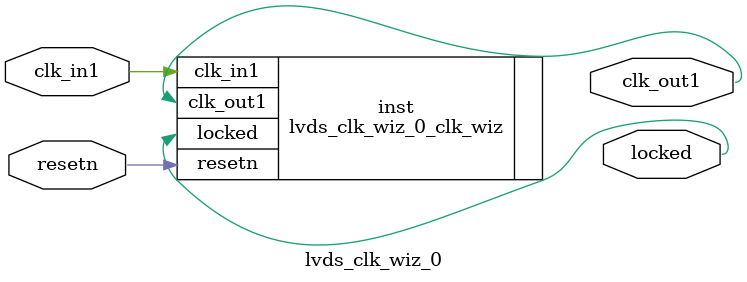
<source format=v>


`timescale 1ps/1ps

(* CORE_GENERATION_INFO = "lvds_clk_wiz_0,clk_wiz_v6_0_2_0_0,{component_name=lvds_clk_wiz_0,use_phase_alignment=true,use_min_o_jitter=false,use_max_i_jitter=false,use_dyn_phase_shift=false,use_inclk_switchover=false,use_dyn_reconfig=false,enable_axi=0,feedback_source=FDBK_AUTO,PRIMITIVE=MMCM,num_out_clk=1,clkin1_period=10.000,clkin2_period=10.000,use_power_down=false,use_reset=true,use_locked=true,use_inclk_stopped=false,feedback_type=SINGLE,CLOCK_MGR_TYPE=NA,manual_override=false}" *)

module lvds_clk_wiz_0 
 (
  // Clock out ports
  output        clk_out1,
  // Status and control signals
  input         resetn,
  output        locked,
 // Clock in ports
  input         clk_in1
 );

  lvds_clk_wiz_0_clk_wiz inst
  (
  // Clock out ports  
  .clk_out1(clk_out1),
  // Status and control signals               
  .resetn(resetn), 
  .locked(locked),
 // Clock in ports
  .clk_in1(clk_in1)
  );

endmodule

</source>
